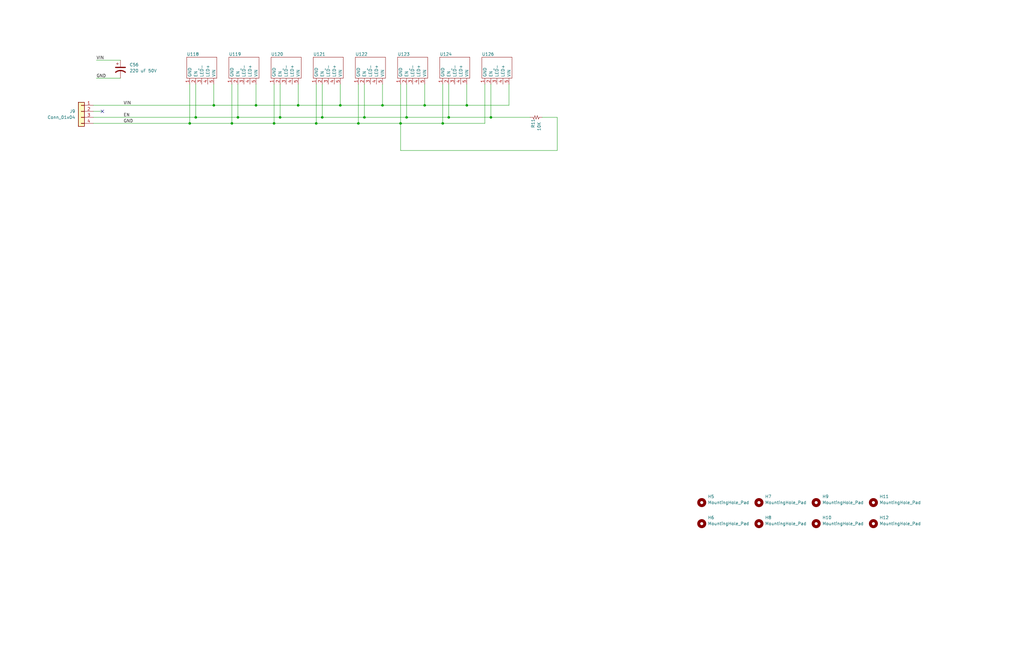
<source format=kicad_sch>
(kicad_sch (version 20230121) (generator eeschema)
  (paper "B")
  (lib_symbols
    (symbol "Connector_Generic:Conn_01x04" (pin_names (offset 1.016) hide)
      (property "Reference" "J" (at 0 5.08 0))
      (property "Value" "Conn_01x04" (at 0 -7.62 0))
      (symbol "Conn_01x04_1_1"
        (rectangle (start -1.27 -4.953) (end 0 -5.207) (stroke (width 0.1524)))
        (rectangle (start -1.27 -2.413) (end 0 -2.667) (stroke (width 0.1524)))
        (rectangle (start -1.27 0.127) (end 0 -0.127) (stroke (width 0.1524)))
        (rectangle (start -1.27 2.667) (end 0 2.413) (stroke (width 0.1524)))
        (rectangle (start -1.27 3.81) (end 1.27 -6.35) (stroke (width 0.254)) (fill (type background)))
        (pin passive line (at -5.08 2.54 0) (length 3.81) (name "Pin_1") (number "1"))
        (pin passive line (at -5.08 0 0) (length 3.81) (name "Pin_2") (number "2"))
        (pin passive line (at -5.08 -2.54 0) (length 3.81) (name "Pin_3") (number "3"))
        (pin passive line (at -5.08 -5.08 0) (length 3.81) (name "Pin_4") (number "4"))
      )
    )
    (symbol "Device:C_Polarized_US" (pin_numbers hide) (pin_names (offset 0.254) hide)
      (property "Reference" "C" (at 0.635 2.54 0))
      (property "Value" "C_Polarized_US" (at 0.635 -2.54 0))
      (symbol "C_Polarized_US_0_1"
        (polyline (pts (xy -2.032 0.762) (xy 2.032 0.762)) (stroke (width 0.508)))
        (polyline (pts (xy -1.778 2.286) (xy -0.762 2.286)))
        (polyline (pts (xy -1.27 1.778) (xy -1.27 2.794)))
        (arc (start 2.032 -1.27) (mid 0 -0.5572) (end -2.032 -1.27) (stroke (width 0.508)))
      )
      (symbol "C_Polarized_US_1_1"
        (pin passive line (at 0 3.81 270) (length 2.794) (name "~") (number "1"))
        (pin passive line (at 0 -3.81 90) (length 3.302) (name "~") (number "2"))
      )
    )
    (symbol "Dual-Mag-Camera-Control-rescue:Resistor_small-SPC-Control-rescue-DeathStar-rescue-BUMP-Control-rescue" (pin_numbers hide) (pin_names (offset 0))
      (property "Reference" "R" (at 2.032 0 90))
      (property "Value" "Resistor_small-SPC-Control-rescue-DeathStar-rescue-BUMP-Control-rescue" (at -2.032 0.254 90))
      (symbol "Resistor_small-SPC-Control-rescue-DeathStar-rescue-BUMP-Control-rescue_0_1"
        (polyline (pts (xy 0 1.27) (xy -0.762 1.016) (xy 0.762 0.508) (xy -0.762 0) (xy 0.762 -0.508) (xy -0.762 -1.016) (xy 0 -1.27)))
      )
      (symbol "Resistor_small-SPC-Control-rescue-DeathStar-rescue-BUMP-Control-rescue_1_1"
        (pin passive line (at 0 2.54 270) (length 1.27) (name "~") (number "1"))
        (pin passive line (at 0 -2.54 90) (length 1.27) (name "~") (number "2"))
      )
    )
    (symbol "Mechanical:MountingHole" (pin_names (offset 1.016))
      (property "Reference" "H" (at 0 5.08 0))
      (property "Value" "MountingHole" (at 0 3.175 0))
      (symbol "MountingHole_0_1"
        (circle (center 0 0) (radius 1.27) (stroke (width 1.27)))
      )
    )
    (symbol "ProjectDevices:UVC-LED-SYS"
      (property "Reference" "U" (at -2.54 6.35 0))
      (symbol "UVC-LED-SYS_0_1"
        (rectangle (start -3.81 5.08) (end 5.08 -7.62))
      )
      (symbol "UVC-LED-SYS_1_1"
        (pin input line (at -6.35 3.81 0) (length 2.54) (name "GND") (number "1"))
        (pin input line (at -6.35 1.27 0) (length 2.54) (name "EN") (number "2"))
        (pin input line (at -6.35 -1.27 0) (length 2.54) (name "LED-") (number "3"))
        (pin input line (at -6.35 -3.81 0) (length 2.54) (name "LED+") (number "4"))
        (pin input line (at -6.35 -6.35 0) (length 2.54) (name "VIN") (number "5"))
      )
    )
  )
  (junction (at 151.13 52.07))
  (junction (at 118.11 49.53))
  (junction (at 207.01 49.53))
  (junction (at 189.23 49.53))
  (junction (at 135.89 49.53))
  (junction (at 115.57 52.07))
  (junction (at 90.17 44.45))
  (junction (at 82.55 49.53))
  (junction (at 168.91 52.07))
  (junction (at 133.35 52.07))
  (junction (at 153.67 49.53))
  (junction (at 125.73 44.45))
  (junction (at 179.07 44.45))
  (junction (at 171.45 49.53))
  (junction (at 161.29 44.45))
  (junction (at 186.69 52.07))
  (junction (at 80.01 52.07))
  (junction (at 196.85 44.45))
  (junction (at 143.51 44.45))
  (junction (at 100.33 49.53))
  (junction (at 97.79 52.07))
  (junction (at 107.95 44.45))
  (no_connect (at 43.18 46.99))
  (wire (pts (xy 214.63 44.45) (xy 214.63 35.56)))
  (wire (pts (xy 153.67 49.53) (xy 171.45 49.53)))
  (wire (pts (xy 115.57 35.56) (xy 115.57 52.07)))
  (wire (pts (xy 179.07 44.45) (xy 196.85 44.45)))
  (wire (pts (xy 234.95 63.5) (xy 168.91 63.5)))
  (wire (pts (xy 90.17 44.45) (xy 90.17 35.56)))
  (wire (pts (xy 40.64 33.02) (xy 50.8 33.02)))
  (wire (pts (xy 118.11 49.53) (xy 135.89 49.53)))
  (wire (pts (xy 189.23 49.53) (xy 189.23 35.56)))
  (wire (pts (xy 133.35 52.07) (xy 151.13 52.07)))
  (wire (pts (xy 168.91 52.07) (xy 168.91 35.56)))
  (wire (pts (xy 125.73 44.45) (xy 143.51 44.45)))
  (wire (pts (xy 153.67 49.53) (xy 153.67 35.56)))
  (wire (pts (xy 204.47 52.07) (xy 204.47 35.56)))
  (wire (pts (xy 82.55 49.53) (xy 82.55 35.56)))
  (wire (pts (xy 161.29 44.45) (xy 179.07 44.45)))
  (wire (pts (xy 143.51 44.45) (xy 143.51 35.56)))
  (wire (pts (xy 80.01 52.07) (xy 97.79 52.07)))
  (wire (pts (xy 207.01 49.53) (xy 223.52 49.53)))
  (wire (pts (xy 107.95 44.45) (xy 107.95 35.56)))
  (wire (pts (xy 115.57 52.07) (xy 133.35 52.07)))
  (wire (pts (xy 100.33 49.53) (xy 100.33 35.56)))
  (wire (pts (xy 125.73 44.45) (xy 125.73 35.56)))
  (wire (pts (xy 39.37 46.99) (xy 43.18 46.99)))
  (wire (pts (xy 143.51 44.45) (xy 161.29 44.45)))
  (wire (pts (xy 151.13 52.07) (xy 168.91 52.07)))
  (wire (pts (xy 179.07 44.45) (xy 179.07 35.56)))
  (wire (pts (xy 97.79 35.56) (xy 97.79 52.07)))
  (wire (pts (xy 171.45 49.53) (xy 171.45 35.56)))
  (wire (pts (xy 39.37 52.07) (xy 80.01 52.07)))
  (wire (pts (xy 40.64 25.4) (xy 50.8 25.4)))
  (wire (pts (xy 207.01 49.53) (xy 207.01 35.56)))
  (wire (pts (xy 171.45 49.53) (xy 189.23 49.53)))
  (wire (pts (xy 39.37 49.53) (xy 82.55 49.53)))
  (wire (pts (xy 189.23 49.53) (xy 207.01 49.53)))
  (wire (pts (xy 168.91 52.07) (xy 186.69 52.07)))
  (wire (pts (xy 151.13 35.56) (xy 151.13 52.07)))
  (wire (pts (xy 186.69 52.07) (xy 186.69 35.56)))
  (wire (pts (xy 133.35 35.56) (xy 133.35 52.07)))
  (wire (pts (xy 80.01 35.56) (xy 80.01 52.07)))
  (wire (pts (xy 196.85 44.45) (xy 196.85 35.56)))
  (wire (pts (xy 82.55 49.53) (xy 100.33 49.53)))
  (wire (pts (xy 97.79 52.07) (xy 115.57 52.07)))
  (wire (pts (xy 168.91 63.5) (xy 168.91 52.07)))
  (wire (pts (xy 228.6 49.53) (xy 234.95 49.53)))
  (wire (pts (xy 118.11 49.53) (xy 118.11 35.56)))
  (wire (pts (xy 186.69 52.07) (xy 204.47 52.07)))
  (wire (pts (xy 100.33 49.53) (xy 118.11 49.53)))
  (wire (pts (xy 135.89 49.53) (xy 135.89 35.56)))
  (wire (pts (xy 135.89 49.53) (xy 153.67 49.53)))
  (wire (pts (xy 90.17 44.45) (xy 107.95 44.45)))
  (wire (pts (xy 107.95 44.45) (xy 125.73 44.45)))
  (wire (pts (xy 161.29 44.45) (xy 161.29 35.56)))
  (wire (pts (xy 39.37 44.45) (xy 90.17 44.45)))
  (wire (pts (xy 196.85 44.45) (xy 214.63 44.45)))
  (wire (pts (xy 234.95 49.53) (xy 234.95 63.5)))
  (label "EN" (at 52.07 49.53 0))
  (label "VIN" (at 40.64 25.4 0))
  (label "VIN" (at 52.07 44.45 0))
  (label "GND" (at 52.07 52.07 0))
  (label "GND" (at 40.64 33.02 0))
  (symbol (lib_id "Mechanical:MountingHole") (at 344.17 212.09 0) (unit 1)
    (property "Reference" "H9" (at 346.71 209.5499 0) (effects (justify left)))
    (property "Value" "MountingHole_Pad" (at 346.71 212.0899 0) (effects (justify left)))
    (property "Footprint" "MountingHole:MountingHole_2.2mm_M2_ISO7380" (effects hide))
    (instances (project "System-Controller-UVC" (path "" (reference "H9") (unit 1)) (path "" (reference "H21") (unit 1))))
  )
  (symbol (lib_id "Mechanical:MountingHole") (at 295.91 212.09 0) (unit 1)
    (property "Reference" "H5" (at 298.45 209.5499 0) (effects (justify left)))
    (property "Value" "MountingHole_Pad" (at 298.45 212.0899 0) (effects (justify left)))
    (property "Footprint" "MountingHole:MountingHole_2.2mm_M2_ISO7380" (effects hide))
    (instances (project "System-Controller-UVC" (path "" (reference "H5") (unit 1)) (path "" (reference "H17") (unit 1))))
  )
  (symbol (lib_id "ProjectDevices:UVC-LED-SYS") (at 172.72 29.21 90) (unit 1)
    (property "Reference" "U123" (at 167.64 22.86 90) (effects (justify right)))
    (property "Value" "~" (at 172.72 29.21 0))
    (property "Footprint" "ProjectFootprints:UV-C-LED-SYS" (effects hide))
  )
  (symbol (lib_id "ProjectDevices:UVC-LED-SYS") (at 101.6 29.21 90) (unit 1)
    (property "Reference" "U119" (at 96.52 22.86 90) (effects (justify right)))
    (property "Value" "~" (at 101.6 29.21 0))
    (property "Footprint" "ProjectFootprints:UV-C-LED-SYS" (effects hide))
  )
  (symbol (lib_id "Mechanical:MountingHole") (at 295.91 220.98 0) (unit 1)
    (property "Reference" "H6" (at 298.45 218.4399 0) (effects (justify left)))
    (property "Value" "MountingHole_Pad" (at 298.45 220.9799 0) (effects (justify left)))
    (property "Footprint" "MountingHole:MountingHole_2.2mm_M2_ISO7380" (effects hide))
    (instances (project "System-Controller-UVC" (path "" (reference "H6") (unit 1)) (path "" (reference "H18") (unit 1))))
  )
  (symbol (lib_id "ProjectDevices:UVC-LED-SYS") (at 154.94 29.21 90) (unit 1)
    (property "Reference" "U122" (at 149.86 22.86 90) (effects (justify right)))
    (property "Value" "~" (at 154.94 29.21 0))
    (property "Footprint" "ProjectFootprints:UV-C-LED-SYS" (effects hide))
  )
  (symbol (lib_id "ProjectDevices:UVC-LED-SYS") (at 208.28 29.21 90) (unit 1)
    (property "Reference" "U126" (at 203.2 22.86 90) (effects (justify right)))
    (property "Value" "~" (at 208.28 29.21 0))
    (property "Footprint" "ProjectFootprints:UV-C-LED-SYS" (effects hide))
  )
  (symbol (lib_id "Mechanical:MountingHole") (at 320.04 220.98 0) (unit 1)
    (property "Reference" "H8" (at 322.58 218.4399 0) (effects (justify left)))
    (property "Value" "MountingHole_Pad" (at 322.58 220.9799 0) (effects (justify left)))
    (property "Footprint" "MountingHole:MountingHole_2.2mm_M2_ISO7380" (effects hide))
    (instances (project "System-Controller-UVC" (path "" (reference "H8") (unit 1)) (path "" (reference "H20") (unit 1))))
  )
  (symbol (lib_id "ProjectDevices:UVC-LED-SYS") (at 190.5 29.21 90) (unit 1)
    (property "Reference" "U124" (at 185.42 22.86 90) (effects (justify right)))
    (property "Value" "~" (at 190.5 29.21 0))
    (property "Footprint" "ProjectFootprints:UV-C-LED-SYS" (effects hide))
  )
  (symbol (lib_id "Mechanical:MountingHole") (at 344.17 220.98 0) (unit 1)
    (property "Reference" "H10" (at 346.71 218.4399 0) (effects (justify left)))
    (property "Value" "MountingHole_Pad" (at 346.71 220.9799 0) (effects (justify left)))
    (property "Footprint" "MountingHole:MountingHole_2.2mm_M2_ISO7380" (effects hide))
    (instances (project "System-Controller-UVC" (path "" (reference "H10") (unit 1)) (path "" (reference "H22") (unit 1))))
  )
  (symbol (lib_id "Dual-Mag-Camera-Control-rescue:Resistor_small-SPC-Control-rescue-DeathStar-rescue-BUMP-Control-rescue") (at 226.06 49.53 90) (unit 1)
    (property "Reference" "R11" (at 224.79 52.07 0))
    (property "Value" "10K" (at 227.33 53.34 0))
    (property "Footprint" "Resistor_SMD:R_0603_1608Metric" (effects hide))
    (property "Datasheet" "https://www.yageo.com/upload/media/product/productsearch/datasheet/rchip/PYu-AC_51_RoHS_L_9.pdf" (effects hide))
    (property "Part Number" "311-10KLDCT-ND" (effects hide))
    (property "Supplier" "Digikey" (effects hide))
    (property "Link" "https://www.digikey.com/en/products/detail/yageo/AC0603FR-0710KL/2827814" (effects hide))
    (instances (project "System-Controller-UVC" (path "" (reference "R11") (unit 1)) (path "" (reference "R30") (unit 1))))
  )
  (symbol (lib_id "Device:C_Polarized_US") (at 50.8 29.21 0) (unit 1)
    (property "Reference" "C56" (at 54.61 27.3049 0) (effects (justify left)))
    (property "Value" "220 uF 50V" (at 54.61 29.8449 0) (effects (justify left)))
    (property "Footprint" "Capacitor_SMD:CP_Elec_8x10" (effects hide))
    (property "Datasheet" "https://industrial.panasonic.com/cdbs/www-data/pdf/RDE0000/ABA0000C1240.pdf" (effects hide))
    (property "Part Number" "PCE5120CT-ND" (effects hide))
    (property "Supplier" "Digikey" (effects hide))
    (property "Link" "https://www.digikey.com/en/products/detail/panasonic-electronic-components/EEE-FT1H221GP/6048908" (effects hide))
    (instances (project "System-Controller-UVC" (path "" (reference "C56") (unit 1)) (path "" (reference "C70") (unit 1))) (project "Console-Controller" (path "" (reference "C30") (unit 1)) (path "" (reference "C5") (unit 1)) (path "" (reference "C13") (unit 1))))
  )
  (symbol (lib_id "ProjectDevices:UVC-LED-SYS") (at 137.16 29.21 90) (unit 1)
    (property "Reference" "U121" (at 132.08 22.86 90) (effects (justify right)))
    (property "Value" "~" (at 137.16 29.21 0))
    (property "Footprint" "ProjectFootprints:UV-C-LED-SYS" (effects hide))
  )
  (symbol (lib_id "Mechanical:MountingHole") (at 368.3 212.09 0) (unit 1)
    (property "Reference" "H11" (at 370.84 209.5499 0) (effects (justify left)))
    (property "Value" "MountingHole_Pad" (at 370.84 212.0899 0) (effects (justify left)))
    (property "Footprint" "MountingHole:MountingHole_2.2mm_M2_ISO7380" (effects hide))
    (instances (project "System-Controller-UVC" (path "" (reference "H11") (unit 1)) (path "" (reference "H23") (unit 1))))
  )
  (symbol (lib_id "Mechanical:MountingHole") (at 320.04 212.09 0) (unit 1)
    (property "Reference" "H7" (at 322.58 209.5499 0) (effects (justify left)))
    (property "Value" "MountingHole_Pad" (at 322.58 212.0899 0) (effects (justify left)))
    (property "Footprint" "MountingHole:MountingHole_2.2mm_M2_ISO7380" (effects hide))
    (instances (project "System-Controller-UVC" (path "" (reference "H7") (unit 1)) (path "" (reference "H19") (unit 1))))
  )
  (symbol (lib_id "ProjectDevices:UVC-LED-SYS") (at 119.38 29.21 90) (unit 1)
    (property "Reference" "U120" (at 114.3 22.86 90) (effects (justify right)))
    (property "Value" "~" (at 119.38 29.21 0))
    (property "Footprint" "ProjectFootprints:UV-C-LED-SYS" (effects hide))
  )
  (symbol (lib_id "ProjectDevices:UVC-LED-SYS") (at 83.82 29.21 90) (unit 1)
    (property "Reference" "U118" (at 78.74 22.86 90) (effects (justify right)))
    (property "Value" "~" (at 83.82 29.21 0))
    (property "Footprint" "ProjectFootprints:UV-C-LED-SYS" (effects hide))
  )
  (symbol (lib_id "Connector_Generic:Conn_01x04") (at 34.29 46.99 0) (mirror y) (unit 1)
    (property "Reference" "J9" (at 31.75 46.99 0) (effects (justify left)))
    (property "Value" "Conn_01x04" (at 31.75 49.53 0) (effects (justify left)))
    (property "Footprint" "Connector_PinHeader_2.54mm:PinHeader_1x04_P2.54mm_Vertical" (effects hide))
    (instances (project "System-Controller-UVC" (path "" (reference "J9") (unit 1)) (path "" (reference "J19") (unit 1))))
  )
  (symbol (lib_id "Mechanical:MountingHole") (at 368.3 220.98 0) (unit 1)
    (property "Reference" "H12" (at 370.84 218.4399 0) (effects (justify left)))
    (property "Value" "MountingHole_Pad" (at 370.84 220.9799 0) (effects (justify left)))
    (property "Footprint" "MountingHole:MountingHole_2.2mm_M2_ISO7380" (effects hide))
    (instances (project "System-Controller-UVC" (path "" (reference "H12") (unit 1)) (path "" (reference "H24") (unit 1))))
  )
)
</source>
